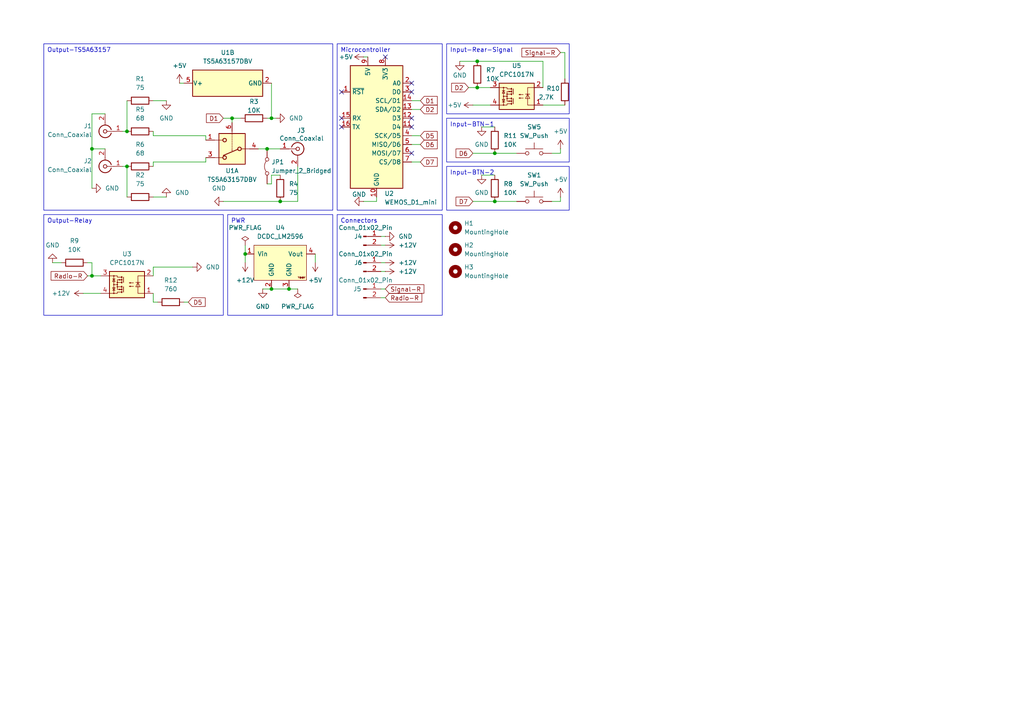
<source format=kicad_sch>
(kicad_sch (version 20250114) (generator "eeschema") (generator_version "9.0")
  (paper "A4")
  (lib_symbols
    (symbol "Analog_Switch:TS5A63157DBV" (pin_names (offset 0.127))
      (property "Reference" "U" (at -3.175 4.699 0))
      (property "Value" "TS5A63157DBV" (at -3.175 2.921 0))
      (symbol "TS5A63157DBV_1_1"
        (polyline (pts (xy -5.08 0) (xy -2.794 0)))
        (rectangle (start -3.81 4.445) (end 3.81 -4.445) (stroke (width 0.254)) (fill (type background)))
        (circle (center -2.159 0) (radius 0.508) (stroke (width 0.254)))
        (polyline (pts (xy -1.651 0.127) (xy 2.54 1.905)) (stroke (width 0.254)))
        (polyline (pts (xy 0 0.254) (xy 0 0.508)))
        (polyline (pts (xy 0 0.254) (xy 0 0.508)))
        (polyline (pts (xy 0 -0.254) (xy 0 0)))
        (polyline (pts (xy 0 -0.762) (xy 0 -0.508)))
        (polyline (pts (xy 0 -1.27) (xy 0 -1.016)))
        (polyline (pts (xy 0 -1.778) (xy 0 -1.524)))
        (polyline (pts (xy 0 -2.286) (xy 0 -2.032)))
        (polyline (pts (xy 0 -2.794) (xy 0 -2.54)))
        (polyline (pts (xy 0 -3.302) (xy 0 -3.048)))
        (polyline (pts (xy 0 -3.81) (xy 0 -3.556)))
        (polyline (pts (xy 0 -4.318) (xy 0 -4.064)))
        (polyline (pts (xy 0 -5.08) (xy 0 -4.572)))
        (circle (center 2.159 2.54) (radius 0.508) (stroke (width 0.254)))
        (circle (center 2.159 -2.54) (radius 0.508) (stroke (width 0.254)))
        (polyline (pts (xy 5.08 2.54) (xy 2.794 2.54)))
        (polyline (pts (xy 5.08 -2.54) (xy 2.794 -2.54)))
        (pin passive line (at -7.62 0 0) (length 2.54) (name "~") (number "4"))
        (pin input line (at 0 -7.62 90) (length 2.54) (name "~") (number "6"))
        (pin passive line (at 7.62 2.54 180) (length 2.54) (name "~") (number "3"))
        (pin passive line (at 7.62 -2.54 180) (length 2.54) (name "~") (number "1"))
      )
      (symbol "TS5A63157DBV_2_0"
        (pin power_in line (at 0 12.7 270) (length 2.54) (name "V+") (number "5"))
        (pin power_in line (at 0 -12.7 90) (length 2.54) (name "GND") (number "2"))
      )
      (symbol "TS5A63157DBV_2_1"
        (rectangle (start -3.81 10.16) (end 3.81 -10.16) (stroke (width 0.254)) (fill (type background)))
      )
    )
    (symbol "Connector:Conn_01x02_Pin" (pin_names (offset 1.016) (hide yes))
      (property "Reference" "J" (at 0 2.54 0))
      (property "Value" "Conn_01x02_Pin" (at 0 -5.08 0))
      (symbol "Conn_01x02_Pin_1_1"
        (rectangle (start 0.8636 0.127) (end 0 -0.127) (stroke (width 0.1524)) (fill (type outline)))
        (rectangle (start 0.8636 -2.413) (end 0 -2.667) (stroke (width 0.1524)) (fill (type outline)))
        (polyline (pts (xy 1.27 0) (xy 0.8636 0)) (stroke (width 0.1524)))
        (polyline (pts (xy 1.27 -2.54) (xy 0.8636 -2.54)) (stroke (width 0.1524)))
        (pin passive line (at 5.08 0 180) (length 3.81) (name "Pin_1") (number "1"))
        (pin passive line (at 5.08 -2.54 180) (length 3.81) (name "Pin_2") (number "2"))
      )
    )
    (symbol "Connector:Conn_Coaxial" (pin_names (offset 1.016) (hide yes))
      (property "Reference" "J" (at 0.254 3.048 0))
      (property "Value" "Conn_Coaxial" (at 2.921 0 90))
      (symbol "Conn_Coaxial_0_1"
        (polyline (pts (xy -2.54 0) (xy -0.508 0)))
        (arc (start 1.778 0) (mid 0.222 -1.8079) (end -1.778 -0.508) (stroke (width 0.254)))
        (arc (start -1.778 0.508) (mid 0.2221 1.8084) (end 1.778 0) (stroke (width 0.254)))
        (circle (center 0 0) (radius 0.508) (stroke (width 0.2032)))
        (polyline (pts (xy 0 -2.54) (xy 0 -1.778)))
      )
      (symbol "Conn_Coaxial_1_1"
        (pin passive line (at -5.08 0 0) (length 2.54) (name "In") (number "1"))
        (pin passive line (at 0 -5.08 90) (length 2.54) (name "Ext") (number "2"))
      )
    )
    (symbol "Device:R" (pin_numbers (hide yes)) (pin_names (offset 0))
      (property "Reference" "R" (at 2.032 0 90))
      (property "Value" "R" (at 0 0 90))
      (symbol "R_0_1"
        (rectangle (start -1.016 -2.54) (end 1.016 2.54) (stroke (width 0.254)))
      )
      (symbol "R_1_1"
        (pin passive line (at 0 3.81 270) (length 1.27) (name "~") (number "1"))
        (pin passive line (at 0 -3.81 90) (length 1.27) (name "~") (number "2"))
      )
    )
    (symbol "Jumper:Jumper_2_Bridged" (pin_numbers (hide yes)) (pin_names (offset 0) (hide yes))
      (property "Reference" "JP" (at 0 1.905 0))
      (property "Value" "Jumper_2_Bridged" (at 0 -2.54 0))
      (symbol "Jumper_2_Bridged_0_0"
        (circle (center -2.032 0) (radius 0.508))
        (circle (center 2.032 0) (radius 0.508))
      )
      (symbol "Jumper_2_Bridged_0_1"
        (arc (start -1.524 0.254) (mid 0 0.762) (end 1.524 0.254))
      )
      (symbol "Jumper_2_Bridged_1_1"
        (pin passive line (at -5.08 0 0) (length 2.54) (name "A") (number "1"))
        (pin passive line (at 5.08 0 180) (length 2.54) (name "B") (number "2"))
      )
    )
    (symbol "Mechanical:MountingHole" (pin_names (offset 1.016)) (in_bom no)
      (property "Reference" "H" (at 0 5.08 0))
      (property "Value" "MountingHole" (at 0 3.175 0))
      (symbol "MountingHole_0_1"
        (circle (center 0 0) (radius 1.27) (stroke (width 1.27)))
      )
    )
    (symbol "NightMeer:DCDC_LM2596" (pin_names (offset 1.016))
      (property "Reference" "U" (at -5.08 6.35 0))
      (property "Value" "DCDC_LM2596" (at 0 11.43 0))
      (symbol "DCDC_LM2596_0_1"
        (rectangle (start -7.62 5.08) (end 7.62 -5.08) (fill (type background)))
      )
      (symbol "DCDC_LM2596_1_1"
        (text "Y@@V" (at 6.1976 -4.2672 0) (effects (font (size 0.508 0.508))))
        (pin power_in line (at -10.16 2.54 0) (length 2.54) (name "Vin") (number "1"))
        (pin power_in line (at -2.54 -7.62 90) (length 2.54) (name "GND") (number "2"))
        (pin power_in line (at 2.54 -7.62 90) (length 2.54) (name "GND") (number "3"))
        (pin power_out line (at 10.16 2.54 180) (length 2.54) (name "Vout") (number "4"))
      )
    )
    (symbol "RF_Module:WEMOS_D1_mini"
      (property "Reference" "U" (at 3.81 19.05 0))
      (property "Value" "WEMOS_D1_mini" (at 1.27 -19.05 0))
      (symbol "WEMOS_D1_mini_1_1"
        (rectangle (start -7.62 17.78) (end 7.62 -17.78) (stroke (width 0.254)) (fill (type background)))
        (pin input line (at -10.16 10.16 0) (length 2.54) (name "~{RST}") (number "1"))
        (pin input line (at -10.16 2.54 0) (length 2.54) (name "RX") (number "15"))
        (pin output line (at -10.16 0 0) (length 2.54) (name "TX") (number "16"))
        (pin power_in line (at -2.54 20.32 270) (length 2.54) (name "5V") (number "9"))
        (pin power_in line (at 0 -20.32 90) (length 2.54) (name "GND") (number "10"))
        (pin power_out line (at 2.54 20.32 270) (length 2.54) (name "3V3") (number "8"))
        (pin input line (at 10.16 12.7 180) (length 2.54) (name "A0") (number "2"))
        (pin bidirectional line (at 10.16 10.16 180) (length 2.54) (name "D0") (number "3"))
        (pin bidirectional line (at 10.16 7.62 180) (length 2.54) (name "SCL/D1") (number "14"))
        (pin bidirectional line (at 10.16 5.08 180) (length 2.54) (name "SDA/D2") (number "13"))
        (pin bidirectional line (at 10.16 2.54 180) (length 2.54) (name "D3") (number "12"))
        (pin bidirectional line (at 10.16 0 180) (length 2.54) (name "D4") (number "11"))
        (pin bidirectional line (at 10.16 -2.54 180) (length 2.54) (name "SCK/D5") (number "4"))
        (pin bidirectional line (at 10.16 -5.08 180) (length 2.54) (name "MISO/D6") (number "5"))
        (pin bidirectional line (at 10.16 -7.62 180) (length 2.54) (name "MOSI/D7") (number "6"))
        (pin bidirectional line (at 10.16 -10.16 180) (length 2.54) (name "CS/D8") (number "7"))
      )
    )
    (symbol "Relay_SolidState:CPC1017N"
      (property "Reference" "U" (at -5.08 5.08 0))
      (property "Value" "CPC1017N" (at 0 5.08 0))
      (symbol "CPC1017N_0_1"
        (rectangle (start -5.08 3.81) (end 5.08 -3.81) (stroke (width 0.254)) (fill (type background)))
        (polyline (pts (xy -5.08 2.54) (xy -3.175 2.54) (xy -3.175 -2.54) (xy -5.08 -2.54)))
        (polyline (pts (xy -3.81 -0.635) (xy -2.54 -0.635)))
        (polyline (pts (xy -3.175 -0.635) (xy -3.81 0.635) (xy -2.54 0.635) (xy -3.175 -0.635)))
        (polyline (pts (xy -1.905 0.508) (xy -0.635 0.508) (xy -1.016 0.381) (xy -1.016 0.635) (xy -0.635 0.508)))
        (polyline (pts (xy -1.905 -0.508) (xy -0.635 -0.508) (xy -1.016 -0.635) (xy -1.016 -0.381) (xy -0.635 -0.508)))
        (polyline (pts (xy 1.016 2.159) (xy 1.016 0.635)) (stroke (width 0.2032)))
        (polyline (pts (xy 1.016 -0.635) (xy 1.016 -2.159)) (stroke (width 0.2032)))
        (polyline (pts (xy 1.524 2.286) (xy 1.524 2.032) (xy 1.524 2.032)) (stroke (width 0.3556)))
        (polyline (pts (xy 1.524 1.524) (xy 1.524 1.27) (xy 1.524 1.27)) (stroke (width 0.3556)))
        (polyline (pts (xy 1.524 0.762) (xy 1.524 0.508) (xy 1.524 0.508)) (stroke (width 0.3556)))
        (polyline (pts (xy 1.524 -0.508) (xy 1.524 -0.762)) (stroke (width 0.3556)))
        (polyline (pts (xy 1.524 -1.27) (xy 1.524 -1.524) (xy 1.524 -1.524)) (stroke (width 0.3556)))
        (polyline (pts (xy 1.524 -2.032) (xy 1.524 -2.286) (xy 1.524 -2.286)) (stroke (width 0.3556)))
        (polyline (pts (xy 1.651 2.159) (xy 2.794 2.159) (xy 2.794 2.54) (xy 5.08 2.54)))
        (polyline (pts (xy 1.651 1.397) (xy 2.794 1.397) (xy 2.794 0.635)))
        (polyline (pts (xy 1.651 -0.635) (xy 2.794 -0.635) (xy 2.794 0.635) (xy 1.651 0.635)))
        (polyline (pts (xy 1.651 -1.397) (xy 2.794 -1.397) (xy 2.794 -0.635)))
        (polyline (pts (xy 1.651 -2.159) (xy 2.794 -2.159) (xy 2.794 -2.54) (xy 5.08 -2.54)))
        (polyline (pts (xy 1.778 1.397) (xy 2.286 1.524) (xy 2.286 1.27) (xy 1.778 1.397)))
        (polyline (pts (xy 1.778 -1.397) (xy 2.286 -1.27) (xy 2.286 -1.524) (xy 1.778 -1.397)))
        (circle (center 2.794 0.635) (radius 0.127))
        (polyline (pts (xy 2.794 0) (xy 3.81 0)))
        (circle (center 2.794 0) (radius 0.127))
        (circle (center 2.794 -0.635) (radius 0.127))
        (polyline (pts (xy 3.429 1.651) (xy 4.191 1.651)))
        (polyline (pts (xy 3.429 -1.651) (xy 4.191 -1.651)))
        (circle (center 3.81 2.54) (radius 0.127))
        (polyline (pts (xy 3.81 1.651) (xy 3.429 0.889) (xy 4.191 0.889) (xy 3.81 1.651)))
        (circle (center 3.81 0) (radius 0.127))
        (polyline (pts (xy 3.81 -1.651) (xy 3.429 -0.889) (xy 4.191 -0.889) (xy 3.81 -1.651)))
        (polyline (pts (xy 3.81 -2.54) (xy 3.81 2.54)))
        (circle (center 3.81 -2.54) (radius 0.127))
      )
      (symbol "CPC1017N_1_1"
        (pin passive line (at -7.62 2.54 0) (length 2.54) (name "~") (number "1"))
        (pin passive line (at -7.62 -2.54 0) (length 2.54) (name "~") (number "2"))
        (pin passive line (at 7.62 2.54 180) (length 2.54) (name "~") (number "4"))
        (pin passive line (at 7.62 -2.54 180) (length 2.54) (name "~") (number "3"))
      )
    )
    (symbol "Switch:SW_Push" (pin_numbers (hide yes)) (pin_names (offset 1.016) (hide yes))
      (property "Reference" "SW" (at 1.27 2.54 0))
      (property "Value" "SW_Push" (at 0 -1.524 0))
      (symbol "SW_Push_0_1"
        (circle (center -2.032 0) (radius 0.508))
        (polyline (pts (xy 0 1.27) (xy 0 3.048)))
        (circle (center 2.032 0) (radius 0.508))
        (polyline (pts (xy 2.54 1.27) (xy -2.54 1.27)))
        (pin passive line (at -5.08 0 0) (length 2.54) (name "1") (number "1"))
        (pin passive line (at 5.08 0 180) (length 2.54) (name "2") (number "2"))
      )
    )
    (symbol "power:+12V" (power) (pin_numbers (hide yes)) (pin_names (offset 0) (hide yes))
      (property "Value" "+12V" (at 0 3.556 0))
      (symbol "+12V_0_1"
        (polyline (pts (xy -0.762 1.27) (xy 0 2.54)))
        (polyline (pts (xy 0 2.54) (xy 0.762 1.27)))
        (polyline (pts (xy 0 0) (xy 0 2.54)))
      )
      (symbol "+12V_1_1"
        (pin power_in line (at 0 0 90) (length 0) (name "~") (number "1"))
      )
    )
    (symbol "power:+5V" (power) (pin_numbers (hide yes)) (pin_names (offset 0) (hide yes))
      (property "Value" "+5V" (at 0 3.556 0))
      (symbol "+5V_0_1"
        (polyline (pts (xy -0.762 1.27) (xy 0 2.54)))
        (polyline (pts (xy 0 2.54) (xy 0.762 1.27)))
        (polyline (pts (xy 0 0) (xy 0 2.54)))
      )
      (symbol "+5V_1_1"
        (pin power_in line (at 0 0 90) (length 0) (name "~") (number "1"))
      )
    )
    (symbol "power:GND" (power) (pin_numbers (hide yes)) (pin_names (offset 0) (hide yes))
      (property "Value" "GND" (at 0 -3.81 0))
      (symbol "GND_0_1"
        (polyline (pts (xy 0 0) (xy 0 -1.27) (xy 1.27 -1.27) (xy 0 -2.54) (xy -1.27 -1.27) (xy 0 -1.27)))
      )
      (symbol "GND_1_1"
        (pin power_in line (at 0 0 270) (length 0) (name "~") (number "1"))
      )
    )
    (symbol "power:PWR_FLAG" (power) (pin_numbers (hide yes)) (pin_names (offset 0) (hide yes))
      (property "Value" "PWR_FLAG" (at 0 3.81 0))
      (symbol "PWR_FLAG_0_0"
        (pin power_out line (at 0 0 90) (length 0) (name "~") (number "1"))
      )
      (symbol "PWR_FLAG_0_1"
        (polyline (pts (xy 0 0) (xy 0 1.27) (xy -1.016 1.905) (xy 0 2.54) (xy 1.016 1.905) (xy 0 1.27)))
      )
    )
  )
  (text_box "PWR" (at 66.04 62.23 0) (size 30.48 29.21) (margins 0.9525 0.9525 0.9525 0.9525) (effects (font (size 1.27 1.27)) (justify left top)))
  (text_box "Connectors" (at 97.79 62.23 0) (size 30.48 29.21) (margins 0.9525 0.9525 0.9525 0.9525) (effects (font (size 1.27 1.27)) (justify left top)))
  (text_box "Input-BTN-2" (at 129.54 48.26 0) (size 35.56 12.7) (margins 0.9525 0.9525 0.9525 0.9525) (effects (font (size 1.27 1.27)) (justify left top)))
  (text_box "Output-TS5A63157" (at 12.7 12.7 0) (size 83.82 48.26) (margins 0.9525 0.9525 0.9525 0.9525) (effects (font (size 1.27 1.27)) (justify left top)))
  (text_box "Microcontroller" (at 97.79 12.7 0) (size 30.48 48.26) (margins 0.9525 0.9525 0.9525 0.9525) (effects (font (size 1.27 1.27)) (justify left top)))
  (text_box "Input-BTN-1" (at 129.54 34.29 0) (size 35.56 12.7) (margins 0.9525 0.9525 0.9525 0.9525) (effects (font (size 1.27 1.27)) (justify left top)))
  (text_box "Output-Relay" (at 12.7 62.23 0) (size 52.07 29.21) (margins 0.9525 0.9525 0.9525 0.9525) (effects (font (size 1.27 1.27)) (justify left top)))
  (text_box "Input-Rear-Signal" (at 129.54 12.7 0) (size 35.56 20.32) (margins 0.9525 0.9525 0.9525 0.9525) (effects (font (size 1.27 1.27)) (justify left top)))
  (junction (at 81.28 58.42))
  (junction (at 67.31 34.29))
  (junction (at 83.82 83.82))
  (junction (at 138.43 17.78))
  (junction (at 71.12 73.66))
  (junction (at 143.51 44.45))
  (junction (at 78.74 34.29))
  (junction (at 78.74 83.82))
  (junction (at 138.43 25.4))
  (junction (at 36.83 38.1))
  (junction (at 26.67 43.18))
  (junction (at 36.83 48.26))
  (junction (at 26.67 80.01))
  (junction (at 77.47 43.18))
  (junction (at 143.51 58.42))
  (no_connect (at 119.38 26.67))
  (no_connect (at 99.06 26.67))
  (no_connect (at 111.76 16.51))
  (no_connect (at 119.38 24.13))
  (no_connect (at 99.06 34.29))
  (no_connect (at 119.38 36.83))
  (no_connect (at 119.38 44.45))
  (no_connect (at 119.38 34.29))
  (no_connect (at 99.06 36.83))
  (wire (pts (xy 44.45 85.09) (xy 44.45 87.63)))
  (wire (pts (xy 36.83 38.1) (xy 36.83 29.21)))
  (wire (pts (xy 44.45 46.99) (xy 59.69 46.99)))
  (wire (pts (xy 26.67 76.2) (xy 26.67 80.01)))
  (wire (pts (xy 59.69 39.37) (xy 59.69 40.64)))
  (wire (pts (xy 44.45 80.01) (xy 44.45 77.47)))
  (wire (pts (xy 69.85 34.29) (xy 67.31 34.29)))
  (wire (pts (xy 44.45 57.15) (xy 48.26 57.15)))
  (wire (pts (xy 110.49 78.74) (xy 111.76 78.74)))
  (wire (pts (xy 110.49 86.36) (xy 111.76 86.36)))
  (wire (pts (xy 143.51 36.83) (xy 139.7 36.83)))
  (wire (pts (xy 160.02 44.45) (xy 162.56 44.45)))
  (wire (pts (xy 44.45 87.63) (xy 45.72 87.63)))
  (wire (pts (xy 15.24 76.2) (xy 17.78 76.2)))
  (wire (pts (xy 121.92 46.99) (xy 119.38 46.99)))
  (wire (pts (xy 110.49 76.2) (xy 111.76 76.2)))
  (wire (pts (xy 71.12 73.66) (xy 71.12 76.2)))
  (wire (pts (xy 44.45 39.37) (xy 44.45 38.1)))
  (wire (pts (xy 67.31 34.29) (xy 67.31 35.56)))
  (wire (pts (xy 143.51 44.45) (xy 149.86 44.45)))
  (wire (pts (xy 119.38 39.37) (xy 121.92 39.37)))
  (wire (pts (xy 25.4 76.2) (xy 26.67 76.2)))
  (wire (pts (xy 157.48 17.78) (xy 157.48 25.4)))
  (wire (pts (xy 121.92 41.91) (xy 119.38 41.91)))
  (wire (pts (xy 133.35 17.78) (xy 138.43 17.78)))
  (wire (pts (xy 163.83 30.48) (xy 157.48 30.48)))
  (wire (pts (xy 160.02 58.42) (xy 162.56 58.42)))
  (wire (pts (xy 74.93 43.18) (xy 77.47 43.18)))
  (wire (pts (xy 26.67 43.18) (xy 30.48 43.18)))
  (wire (pts (xy 78.74 34.29) (xy 80.01 34.29)))
  (wire (pts (xy 121.92 31.75) (xy 119.38 31.75)))
  (wire (pts (xy 64.77 34.29) (xy 67.31 34.29)))
  (wire (pts (xy 138.43 25.4) (xy 142.24 25.4)))
  (wire (pts (xy 53.34 87.63) (xy 54.61 87.63)))
  (wire (pts (xy 25.4 80.01) (xy 26.67 80.01)))
  (wire (pts (xy 78.74 50.8) (xy 78.74 53.34)))
  (wire (pts (xy 138.43 17.78) (xy 157.48 17.78)))
  (wire (pts (xy 137.16 44.45) (xy 143.51 44.45)))
  (wire (pts (xy 44.45 46.99) (xy 44.45 48.26)))
  (wire (pts (xy 59.69 46.99) (xy 59.69 45.72)))
  (wire (pts (xy 106.68 16.51) (xy 105.41 16.51)))
  (wire (pts (xy 26.67 43.18) (xy 26.67 54.61)))
  (wire (pts (xy 162.56 44.45) (xy 162.56 43.18)))
  (wire (pts (xy 77.47 34.29) (xy 78.74 34.29)))
  (wire (pts (xy 44.45 29.21) (xy 48.26 29.21)))
  (wire (pts (xy 71.12 71.12) (xy 71.12 73.66)))
  (wire (pts (xy 64.77 58.42) (xy 81.28 58.42)))
  (wire (pts (xy 86.36 48.26) (xy 86.36 58.42)))
  (wire (pts (xy 81.28 50.8) (xy 78.74 50.8)))
  (wire (pts (xy 35.56 38.1) (xy 36.83 38.1)))
  (wire (pts (xy 76.2 83.82) (xy 78.74 83.82)))
  (wire (pts (xy 137.16 58.42) (xy 143.51 58.42)))
  (wire (pts (xy 110.49 71.12) (xy 111.76 71.12)))
  (wire (pts (xy 163.83 15.24) (xy 163.83 22.86)))
  (wire (pts (xy 110.49 68.58) (xy 111.76 68.58)))
  (wire (pts (xy 143.51 50.8) (xy 139.7 50.8)))
  (wire (pts (xy 110.49 83.82) (xy 111.76 83.82)))
  (wire (pts (xy 162.56 58.42) (xy 162.56 57.15)))
  (wire (pts (xy 91.44 73.66) (xy 91.44 76.2)))
  (wire (pts (xy 44.45 39.37) (xy 59.69 39.37)))
  (wire (pts (xy 35.56 48.26) (xy 36.83 48.26)))
  (wire (pts (xy 36.83 48.26) (xy 36.83 57.15)))
  (wire (pts (xy 137.16 30.48) (xy 142.24 30.48)))
  (wire (pts (xy 83.82 83.82) (xy 86.36 83.82)))
  (wire (pts (xy 44.45 77.47) (xy 55.88 77.47)))
  (wire (pts (xy 78.74 83.82) (xy 83.82 83.82)))
  (wire (pts (xy 78.74 53.34) (xy 77.47 53.34)))
  (wire (pts (xy 109.22 58.42) (xy 109.22 57.15)))
  (wire (pts (xy 26.67 80.01) (xy 29.21 80.01)))
  (wire (pts (xy 24.13 85.09) (xy 29.21 85.09)))
  (wire (pts (xy 52.07 24.13) (xy 53.34 24.13)))
  (wire (pts (xy 77.47 43.18) (xy 81.28 43.18)))
  (wire (pts (xy 81.28 58.42) (xy 86.36 58.42)))
  (wire (pts (xy 119.38 29.21) (xy 121.92 29.21)))
  (wire (pts (xy 143.51 58.42) (xy 149.86 58.42)))
  (wire (pts (xy 78.74 24.13) (xy 78.74 34.29)))
  (wire (pts (xy 105.41 58.42) (xy 109.22 58.42)))
  (wire (pts (xy 135.89 25.4) (xy 138.43 25.4)))
  (wire (pts (xy 30.48 33.02) (xy 26.67 33.02)))
  (wire (pts (xy 162.56 15.24) (xy 163.83 15.24)))
  (wire (pts (xy 26.67 33.02) (xy 26.67 43.18)))
  (global_label "Radio-R" (shape input) (at 111.76 86.36 0) (property "Intersheetrefs" "${INTERSHEET_REFS}" (effects (hide yes))))
  (global_label "Radio-R" (shape input) (at 25.4 80.01 180) (property "Intersheetrefs" "${INTERSHEET_REFS}" (effects (hide yes))))
  (global_label "D1" (shape input) (at 121.92 29.21 0) (property "Intersheetrefs" "${INTERSHEET_REFS}" (effects (hide yes))))
  (global_label "Signal-R" (shape input) (at 111.76 83.82 0) (property "Intersheetrefs" "${INTERSHEET_REFS}" (effects (hide yes))))
  (global_label "Signal-R" (shape input) (at 162.56 15.24 180) (property "Intersheetrefs" "${INTERSHEET_REFS}" (effects (hide yes))))
  (global_label "D2" (shape input) (at 135.89 25.4 180) (property "Intersheetrefs" "${INTERSHEET_REFS}" (effects (hide yes))))
  (global_label "D2" (shape input) (at 121.92 31.75 0) (property "Intersheetrefs" "${INTERSHEET_REFS}" (effects (hide yes))))
  (global_label "D1" (shape input) (at 64.77 34.29 180) (property "Intersheetrefs" "${INTERSHEET_REFS}" (effects (hide yes))))
  (global_label "D5" (shape input) (at 121.92 39.37 0) (property "Intersheetrefs" "${INTERSHEET_REFS}" (effects (hide yes))))
  (global_label "D6" (shape input) (at 137.16 44.45 180) (property "Intersheetrefs" "${INTERSHEET_REFS}" (effects (hide yes))))
  (global_label "D6" (shape input) (at 121.92 41.91 0) (property "Intersheetrefs" "${INTERSHEET_REFS}" (effects (hide yes))))
  (global_label "D5" (shape input) (at 54.61 87.63 0) (property "Intersheetrefs" "${INTERSHEET_REFS}" (effects (hide yes))))
  (global_label "D7" (shape input) (at 121.92 46.99 0) (property "Intersheetrefs" "${INTERSHEET_REFS}" (effects (hide yes))))
  (global_label "D7" (shape input) (at 137.16 58.42 180) (property "Intersheetrefs" "${INTERSHEET_REFS}" (effects (hide yes))))
  (symbol (lib_id "Device:R") (at 138.43 21.59 180) (unit 1)
    (property "Reference" "R7" (at 140.97 20.3199 0) (effects (justify right)))
    (property "Value" "10K" (at 140.97 22.8599 0) (effects (justify right)))
    (property "Footprint" "Resistor_THT:R_Axial_DIN0207_L6.3mm_D2.5mm_P10.16mm_Horizontal" (effects (hide yes)))
    (property "Description" "Resistor" (effects (hide yes)))
  )
  (symbol (lib_id "power:GND") (at 80.01 34.29 90) (unit 1)
    (property "Reference" "#PWR05" (effects (hide yes)))
    (property "Value" "GND" (at 83.82 34.2899 90) (effects (justify right)))
    (property "Description" "Power symbol creates a global label with name \"GND\" , ground" (effects (hide yes)))
  )
  (symbol (lib_id "Mechanical:MountingHole") (at 132.08 66.04 0) (unit 1) (in_bom no)
    (property "Reference" "H1" (at 134.62 64.7699 0) (effects (justify left)))
    (property "Value" "MountingHole" (at 134.62 67.3099 0) (effects (justify left)))
    (property "Footprint" "MountingHole:MountingHole_3.2mm_M3" (effects (hide yes)))
    (property "Description" "Mounting Hole without connection" (effects (hide yes)))
  )
  (symbol (lib_id "Device:R") (at 143.51 54.61 180) (unit 1)
    (property "Reference" "R8" (at 146.05 53.3399 0) (effects (justify right)))
    (property "Value" "10K" (at 146.05 55.8799 0) (effects (justify right)))
    (property "Footprint" "Resistor_THT:R_Axial_DIN0207_L6.3mm_D2.5mm_P10.16mm_Horizontal" (effects (hide yes)))
    (property "Description" "Resistor" (effects (hide yes)))
  )
  (symbol (lib_id "Analog_Switch:TS5A63157DBV") (at 66.04 24.13 90) (unit 2)
    (property "Reference" "U1" (at 66.04 15.24 90))
    (property "Value" "TS5A63157DBV" (at 66.04 17.78 90))
    (property "Footprint" "Package_TO_SOT_SMD:SOT-23-6_Handsoldering" (effects (hide yes)))
    (property "Datasheet" "https://www.ti.com/lit/ds/symlink/ts5a63157.pdf" (effects (hide yes)))
    (property "Description" "Single SPDT Analog Switch, 5V/3.3V Single-Supply Operation, 12Ohm Ron, SOT-23-6" (effects (hide yes)))
  )
  (symbol (lib_id "Device:R") (at 73.66 34.29 270) (unit 1)
    (property "Reference" "R3" (at 73.66 29.464 90))
    (property "Value" "10K" (at 73.66 32.004 90))
    (property "Footprint" "Resistor_THT:R_Axial_DIN0207_L6.3mm_D2.5mm_P10.16mm_Horizontal" (effects (hide yes)))
    (property "Description" "Resistor" (effects (hide yes)))
  )
  (symbol (lib_id "power:+12V") (at 24.13 85.09 90) (unit 1)
    (property "Reference" "#PWR014" (effects (hide yes)))
    (property "Value" "+12V" (at 20.32 85.0899 90) (effects (justify left)))
    (property "Description" "Power symbol creates a global label with name \"+12V\"" (effects (hide yes)))
  )
  (symbol (lib_id "Relay_SolidState:CPC1017N") (at 36.83 82.55 180) (unit 1)
    (property "Reference" "U3" (at 36.83 73.66 0))
    (property "Value" "CPC1017N" (at 36.83 76.2 0))
    (property "Footprint" "Package_SO:SOP-4_3.8x4.1mm_P2.54mm" (effects (hide yes)))
    (property "Datasheet" "http://www.ixysic.com/home/pdfs.nsf/www/CPC1017N.pdf/$file/CPC1017N.pdf" (effects (hide yes)))
    (property "Description" "Form A, Solid State Relay (Photo MOSFET) 60V, 0.1A, 16Ohm, SO-4" (effects (hide yes)))
  )
  (symbol (lib_id "power:GND") (at 133.35 17.78 0) (unit 1)
    (property "Reference" "#PWR010" (effects (hide yes)))
    (property "Value" "GND" (at 133.35 21.844 0))
    (property "Description" "Power symbol creates a global label with name \"GND\" , ground" (effects (hide yes)))
  )
  (symbol (lib_id "Device:R") (at 40.64 48.26 90) (unit 1)
    (property "Reference" "R6" (at 40.64 41.91 90))
    (property "Value" "68" (at 40.64 44.45 90))
    (property "Footprint" "Resistor_THT:R_Axial_DIN0207_L6.3mm_D2.5mm_P10.16mm_Horizontal" (effects (hide yes)))
    (property "Description" "Resistor" (effects (hide yes)))
  )
  (symbol (lib_id "Device:R") (at 81.28 54.61 0) (unit 1)
    (property "Reference" "R4" (at 83.82 53.3399 0) (effects (justify left)))
    (property "Value" "75" (at 83.82 55.8799 0) (effects (justify left)))
    (property "Footprint" "Resistor_THT:R_Axial_DIN0207_L6.3mm_D2.5mm_P10.16mm_Horizontal" (effects (hide yes)))
    (property "Description" "Resistor" (effects (hide yes)))
  )
  (symbol (lib_id "power:GND") (at 139.7 36.83 0) (unit 1)
    (property "Reference" "#PWR0101" (effects (hide yes)))
    (property "Value" "GND" (at 139.7 41.91 0))
    (property "Description" "Power symbol creates a global label with name \"GND\" , ground" (effects (hide yes)))
  )
  (symbol (lib_id "power:GND") (at 55.88 77.47 90) (unit 1)
    (property "Reference" "#PWR013" (effects (hide yes)))
    (property "Value" "GND" (at 59.69 77.4699 90) (effects (justify right)))
    (property "Description" "Power symbol creates a global label with name \"GND\" , ground" (effects (hide yes)))
  )
  (symbol (lib_id "power:GND") (at 64.77 58.42 270) (unit 1)
    (property "Reference" "#PWR03" (effects (hide yes)))
    (property "Value" "GND" (at 63.5 54.61 90))
    (property "Description" "Power symbol creates a global label with name \"GND\" , ground" (effects (hide yes)))
  )
  (symbol (lib_id "Jumper:Jumper_2_Bridged") (at 77.47 48.26 90) (unit 1)
    (property "Reference" "JP1" (at 78.74 46.9899 90) (effects (justify right)))
    (property "Value" "Jumper_2_Bridged" (at 78.74 49.5299 90) (effects (justify right)))
    (property "Footprint" "NightMeer:Jumper_2.54mm" (effects (hide yes)))
    (property "Description" "Jumper, 2-pole, closed/bridged" (effects (hide yes)))
  )
  (symbol (lib_id "Connector:Conn_Coaxial") (at 30.48 48.26 180) (unit 1)
    (property "Reference" "J2" (at 26.67 46.6967 0) (effects (justify left)))
    (property "Value" "Conn_Coaxial" (at 26.67 49.2367 0) (effects (justify left)))
    (property "Footprint" "NightMeer:CUI_RCJ-042" (effects (hide yes)))
    (property "Description" "coaxial connector (BNC, SMA, SMB, SMC, Cinch/RCA, LEMO, ...)" (effects (hide yes)))
  )
  (symbol (lib_id "Switch:SW_Push") (at 154.94 58.42 0) (unit 1)
    (property "Reference" "SW1" (at 154.94 50.8 0))
    (property "Value" "SW_Push" (at 154.94 53.34 0))
    (property "Footprint" "KF301-2P:HANDSON_KF301-2P" (effects (hide yes)))
    (property "Description" "Push button switch, generic, two pins" (effects (hide yes)))
  )
  (symbol (lib_id "power:+5V") (at 91.44 76.2 180) (unit 1)
    (property "Reference" "#PWR018" (effects (hide yes)))
    (property "Value" "+5V" (at 91.44 81.28 0))
    (property "Description" "Power symbol creates a global label with name \"+5V\"" (effects (hide yes)))
  )
  (symbol (lib_id "power:GND") (at 139.7 50.8 0) (unit 1)
    (property "Reference" "#PWR08" (effects (hide yes)))
    (property "Value" "GND" (at 139.7 55.88 0))
    (property "Description" "Power symbol creates a global label with name \"GND\" , ground" (effects (hide yes)))
  )
  (symbol (lib_id "power:GND") (at 111.76 68.58 90) (unit 1)
    (property "Reference" "#PWR020" (effects (hide yes)))
    (property "Value" "GND" (at 115.57 68.5799 90) (effects (justify right)))
    (property "Description" "Power symbol creates a global label with name \"GND\" , ground" (effects (hide yes)))
  )
  (symbol (lib_id "power:GND") (at 105.41 58.42 270) (unit 1)
    (property "Reference" "#PWR0102" (effects (hide yes)))
    (property "Value" "GND" (at 104.14 56.388 90))
    (property "Description" "Power symbol creates a global label with name \"GND\" , ground" (effects (hide yes)))
  )
  (symbol (lib_id "power:GND") (at 48.26 29.21 0) (unit 1)
    (property "Reference" "#PWR04" (effects (hide yes)))
    (property "Value" "GND" (at 48.26 34.29 0))
    (property "Description" "Power symbol creates a global label with name \"GND\" , ground" (effects (hide yes)))
  )
  (symbol (lib_id "power:+5V") (at 137.16 30.48 90) (unit 1)
    (property "Reference" "#PWR09" (effects (hide yes)))
    (property "Value" "+5V" (at 133.858 30.48 90) (effects (justify left)))
    (property "Description" "Power symbol creates a global label with name \"+5V\"" (effects (hide yes)))
  )
  (symbol (lib_id "Device:R") (at 40.64 38.1 90) (unit 1)
    (property "Reference" "R5" (at 40.64 31.75 90))
    (property "Value" "68" (at 40.64 34.29 90))
    (property "Footprint" "Resistor_THT:R_Axial_DIN0207_L6.3mm_D2.5mm_P10.16mm_Horizontal" (effects (hide yes)))
    (property "Description" "Resistor" (effects (hide yes)))
  )
  (symbol (lib_id "power:GND") (at 26.67 54.61 90) (unit 1)
    (property "Reference" "#PWR01" (effects (hide yes)))
    (property "Value" "GND" (at 30.48 54.6099 90) (effects (justify right)))
    (property "Description" "Power symbol creates a global label with name \"GND\" , ground" (effects (hide yes)))
  )
  (symbol (lib_id "power:+12V") (at 71.12 76.2 180) (unit 1)
    (property "Reference" "#PWR016" (effects (hide yes)))
    (property "Value" "+12V" (at 71.12 81.28 0))
    (property "Description" "Power symbol creates a global label with name \"+12V\"" (effects (hide yes)))
  )
  (symbol (lib_id "Mechanical:MountingHole") (at 132.08 72.39 0) (unit 1) (in_bom no)
    (property "Reference" "H2" (at 134.62 71.1199 0) (effects (justify left)))
    (property "Value" "MountingHole" (at 134.62 73.6599 0) (effects (justify left)))
    (property "Footprint" "MountingHole:MountingHole_3.2mm_M3" (effects (hide yes)))
    (property "Description" "Mounting Hole without connection" (effects (hide yes)))
  )
  (symbol (lib_id "power:GND") (at 15.24 76.2 180) (unit 1)
    (property "Reference" "#PWR015" (effects (hide yes)))
    (property "Value" "GND" (at 15.24 71.12 0))
    (property "Description" "Power symbol creates a global label with name \"GND\" , ground" (effects (hide yes)))
  )
  (symbol (lib_id "Device:R") (at 21.59 76.2 270) (unit 1)
    (property "Reference" "R9" (at 21.59 69.85 90))
    (property "Value" "10K" (at 21.59 72.39 90))
    (property "Footprint" "Resistor_THT:R_Axial_DIN0207_L6.3mm_D2.5mm_P10.16mm_Horizontal" (effects (hide yes)))
    (property "Description" "Resistor" (effects (hide yes)))
  )
  (symbol (lib_id "power:+12V") (at 111.76 78.74 270) (unit 1)
    (property "Reference" "#PWR021" (effects (hide yes)))
    (property "Value" "+12V" (at 115.57 78.7399 90) (effects (justify left)))
    (property "Description" "Power symbol creates a global label with name \"+12V\"" (effects (hide yes)))
  )
  (symbol (lib_id "power:GND") (at 48.26 57.15 180) (unit 1)
    (property "Reference" "#PWR02" (effects (hide yes)))
    (property "Value" "GND" (at 50.8 55.8799 0) (effects (justify right)))
    (property "Description" "Power symbol creates a global label with name \"GND\" , ground" (effects (hide yes)))
  )
  (symbol (lib_id "Connector:Conn_01x02_Pin") (at 105.41 76.2 0) (unit 1)
    (property "Reference" "J6" (at 103.886 76.2 0))
    (property "Value" "Conn_01x02_Pin" (at 106.045 73.66 0))
    (property "Footprint" "KF301-2P:HANDSON_KF301-2P" (effects (hide yes)))
    (property "Description" "Generic connector, single row, 01x02, script generated" (effects (hide yes)))
  )
  (symbol (lib_id "power:+5V") (at 162.56 57.15 0) (unit 1)
    (property "Reference" "#PWR012" (effects (hide yes)))
    (property "Value" "+5V" (at 162.56 52.07 0))
    (property "Description" "Power symbol creates a global label with name \"+5V\"" (effects (hide yes)))
  )
  (symbol (lib_id "Device:R") (at 163.83 26.67 0) (unit 1)
    (property "Reference" "R10" (at 158.496 25.654 0) (effects (justify left)))
    (property "Value" "2,7K" (at 156.21 28.194 0) (effects (justify left)))
    (property "Footprint" "Resistor_THT:R_Axial_DIN0207_L6.3mm_D2.5mm_P10.16mm_Horizontal" (effects (hide yes)))
    (property "Description" "Resistor" (effects (hide yes)))
  )
  (symbol (lib_id "Device:R") (at 40.64 57.15 90) (unit 1)
    (property "Reference" "R2" (at 40.64 50.8 90))
    (property "Value" "75" (at 40.64 53.34 90))
    (property "Footprint" "Resistor_THT:R_Axial_DIN0207_L6.3mm_D2.5mm_P10.16mm_Horizontal" (effects (hide yes)))
    (property "Description" "Resistor" (effects (hide yes)))
  )
  (symbol (lib_id "power:GND") (at 76.2 83.82 0) (unit 1)
    (property "Reference" "#PWR019" (effects (hide yes)))
    (property "Value" "GND" (at 76.2 88.9 0))
    (property "Description" "Power symbol creates a global label with name \"GND\" , ground" (effects (hide yes)))
  )
  (symbol (lib_id "NightMeer:DCDC_LM2596") (at 81.28 76.2 0) (unit 1)
    (property "Reference" "U4" (at 81.28 66.04 0))
    (property "Value" "DCDC_LM2596" (at 81.28 68.58 0))
    (property "Footprint" "NightMeer:DCDC_LM2596" (effects (hide yes)))
    (property "Description" "module : adjustable step down module 3.2V-40V to 1.25V-35V 3A" (effects (hide yes)))
  )
  (symbol (lib_id "Mechanical:MountingHole") (at 132.08 78.74 0) (unit 1) (in_bom no)
    (property "Reference" "H3" (at 134.62 77.4699 0) (effects (justify left)))
    (property "Value" "MountingHole" (at 134.62 80.0099 0) (effects (justify left)))
    (property "Footprint" "MountingHole:MountingHole_3.2mm_M3" (effects (hide yes)))
    (property "Description" "Mounting Hole without connection" (effects (hide yes)))
  )
  (symbol (lib_id "power:+12V") (at 111.76 71.12 270) (unit 1)
    (property "Reference" "#PWR017" (effects (hide yes)))
    (property "Value" "+12V" (at 115.57 71.1199 90) (effects (justify left)))
    (property "Description" "Power symbol creates a global label with name \"+12V\"" (effects (hide yes)))
  )
  (symbol (lib_id "Connector:Conn_01x02_Pin") (at 105.41 83.82 0) (unit 1)
    (property "Reference" "J5" (at 103.632 83.82 0))
    (property "Value" "Conn_01x02_Pin" (at 106.045 81.28 0))
    (property "Footprint" "KF301-2P:HANDSON_KF301-2P" (effects (hide yes)))
    (property "Description" "Generic connector, single row, 01x02, script generated" (effects (hide yes)))
  )
  (symbol (lib_id "Relay_SolidState:CPC1017N") (at 149.86 27.94 180) (unit 1)
    (property "Reference" "U5" (at 149.86 19.05 0))
    (property "Value" "CPC1017N" (at 149.86 21.59 0))
    (property "Footprint" "Package_SO:SOP-4_3.8x4.1mm_P2.54mm" (effects (hide yes)))
    (property "Datasheet" "http://www.ixysic.com/home/pdfs.nsf/www/CPC1017N.pdf/$file/CPC1017N.pdf" (effects (hide yes)))
    (property "Description" "Form A, Solid State Relay (Photo MOSFET) 60V, 0.1A, 16Ohm, SO-4" (effects (hide yes)))
  )
  (symbol (lib_id "RF_Module:WEMOS_D1_mini") (at 109.22 36.83 0) (unit 1)
    (property "Reference" "U2" (at 111.506 56.134 0) (effects (justify left)))
    (property "Value" "WEMOS_D1_mini" (at 111.506 58.674 0) (effects (justify left)))
    (property "Footprint" "NightMeer:WEMOS_D1_mini_light" (effects (hide yes)))
    (property "Datasheet" "https://wiki.wemos.cc/products:d1:d1_mini#documentation" (effects (hide yes)))
    (property "Description" "32-bit microcontroller module with WiFi" (effects (hide yes)))
  )
  (symbol (lib_id "Device:R") (at 40.64 29.21 90) (unit 1)
    (property "Reference" "R1" (at 40.64 22.86 90))
    (property "Value" "75" (at 40.64 25.4 90))
    (property "Footprint" "Resistor_THT:R_Axial_DIN0207_L6.3mm_D2.5mm_P10.16mm_Horizontal" (effects (hide yes)))
    (property "Description" "Resistor" (effects (hide yes)))
  )
  (symbol (lib_id "Connector:Conn_01x02_Pin") (at 105.41 68.58 0) (unit 1)
    (property "Reference" "J4" (at 103.886 68.58 0))
    (property "Value" "Conn_01x02_Pin" (at 106.045 66.04 0))
    (property "Footprint" "KF301-2P:HANDSON_KF301-2P" (effects (hide yes)))
    (property "Description" "Generic connector, single row, 01x02, script generated" (effects (hide yes)))
  )
  (symbol (lib_id "Switch:SW_Push") (at 154.94 44.45 0) (unit 1)
    (property "Reference" "SW5" (at 154.94 36.83 0))
    (property "Value" "SW_Push" (at 154.94 39.37 0))
    (property "Footprint" "KF301-2P:HANDSON_KF301-2P" (effects (hide yes)))
    (property "Description" "Push button switch, generic, two pins" (effects (hide yes)))
  )
  (symbol (lib_id "Device:R") (at 143.51 40.64 180) (unit 1)
    (property "Reference" "R11" (at 146.05 39.3699 0) (effects (justify right)))
    (property "Value" "10K" (at 146.05 41.9099 0) (effects (justify right)))
    (property "Footprint" "Resistor_THT:R_Axial_DIN0207_L6.3mm_D2.5mm_P10.16mm_Horizontal" (effects (hide yes)))
    (property "Description" "Resistor" (effects (hide yes)))
  )
  (symbol (lib_id "Analog_Switch:TS5A63157DBV") (at 67.31 43.18 180) (unit 1)
    (property "Reference" "U1" (at 67.31 49.53 0))
    (property "Value" "TS5A63157DBV" (at 67.31 52.07 0))
    (property "Footprint" "Package_TO_SOT_SMD:SOT-23-6_Handsoldering" (effects (hide yes)))
    (property "Datasheet" "https://www.ti.com/lit/ds/symlink/ts5a63157.pdf" (effects (hide yes)))
    (property "Description" "Single SPDT Analog Switch, 5V/3.3V Single-Supply Operation, 12Ohm Ron, SOT-23-6" (effects (hide yes)))
  )
  (symbol (lib_id "power:+5V") (at 52.07 24.13 0) (unit 1)
    (property "Reference" "#PWR06" (effects (hide yes)))
    (property "Value" "+5V" (at 52.07 19.05 0))
    (property "Description" "Power symbol creates a global label with name \"+5V\"" (effects (hide yes)))
  )
  (symbol (lib_id "Connector:Conn_Coaxial") (at 86.36 43.18 0) (unit 1)
    (property "Reference" "J3" (at 86.106 37.846 0) (effects (justify left)))
    (property "Value" "Conn_Coaxial" (at 81.026 40.132 0) (effects (justify left)))
    (property "Footprint" "NightMeer:CUI_RCJ-042" (effects (hide yes)))
    (property "Description" "coaxial connector (BNC, SMA, SMB, SMC, Cinch/RCA, LEMO, ...)" (effects (hide yes)))
  )
  (symbol (lib_id "power:PWR_FLAG") (at 86.36 83.82 180) (unit 1)
    (property "Reference" "#FLG02" (effects (hide yes)))
    (property "Value" "PWR_FLAG" (at 86.36 88.9 0))
    (property "Description" "Special symbol for telling ERC where power comes from" (effects (hide yes)))
  )
  (symbol (lib_id "power:+12V") (at 111.76 76.2 270) (unit 1)
    (property "Reference" "#PWR011" (effects (hide yes)))
    (property "Value" "+12V" (at 115.57 76.1999 90) (effects (justify left)))
    (property "Description" "Power symbol creates a global label with name \"+12V\"" (effects (hide yes)))
  )
  (symbol (lib_id "Connector:Conn_Coaxial") (at 30.48 38.1 180) (unit 1)
    (property "Reference" "J1" (at 26.67 36.5367 0) (effects (justify left)))
    (property "Value" "Conn_Coaxial" (at 26.67 39.0767 0) (effects (justify left)))
    (property "Footprint" "NightMeer:CUI_RCJ-042" (effects (hide yes)))
    (property "Description" "coaxial connector (BNC, SMA, SMB, SMC, Cinch/RCA, LEMO, ...)" (effects (hide yes)))
  )
  (symbol (lib_id "power:+5V") (at 162.56 43.18 0) (unit 1)
    (property "Reference" "#PWR07" (effects (hide yes)))
    (property "Value" "+5V" (at 162.56 38.1 0))
    (property "Description" "Power symbol creates a global label with name \"+5V\"" (effects (hide yes)))
  )
  (symbol (lib_id "power:+5V") (at 105.41 16.51 90) (unit 1)
    (property "Reference" "#PWR0103" (effects (hide yes)))
    (property "Value" "+5V" (at 100.33 16.51 90))
    (property "Description" "Power symbol creates a global label with name \"+5V\"" (effects (hide yes)))
  )
  (symbol (lib_id "power:PWR_FLAG") (at 71.12 71.12 0) (unit 1)
    (property "Reference" "#FLG03" (effects (hide yes)))
    (property "Value" "PWR_FLAG" (at 71.12 66.04 0))
    (property "Description" "Special symbol for telling ERC where power comes from" (effects (hide yes)))
  )
  (symbol (lib_id "Device:R") (at 49.53 87.63 270) (unit 1)
    (property "Reference" "R12" (at 49.53 81.28 90))
    (property "Value" "760" (at 49.53 83.82 90))
    (property "Footprint" "Resistor_THT:R_Axial_DIN0207_L6.3mm_D2.5mm_P10.16mm_Horizontal" (effects (hide yes)))
    (property "Description" "Resistor" (effects (hide yes)))
  )
)
</source>
